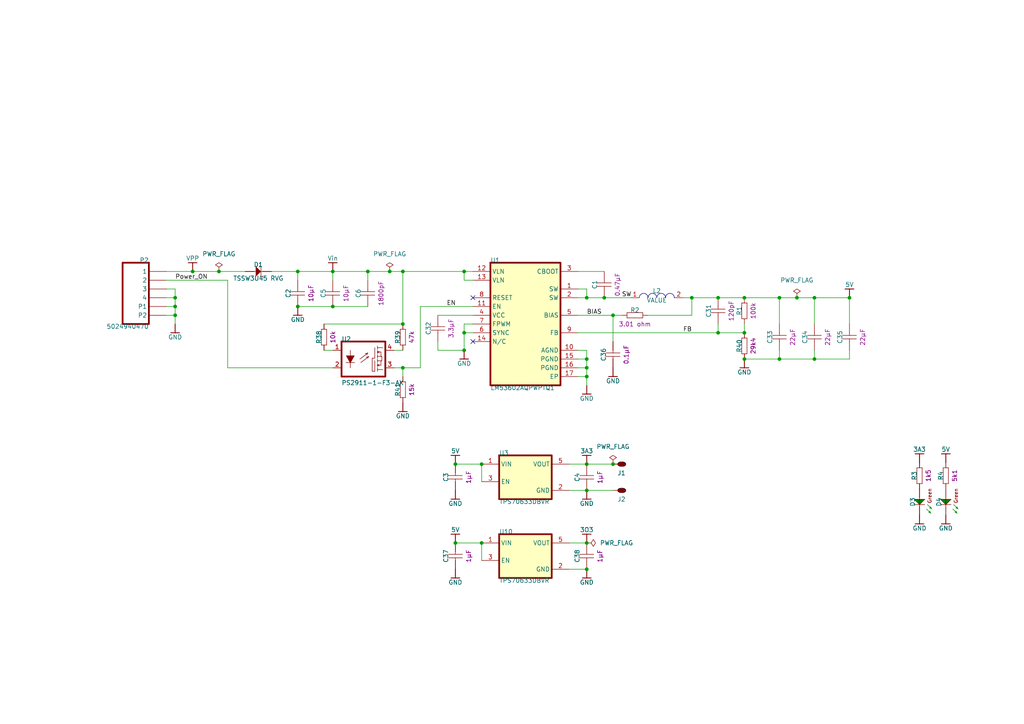
<source format=kicad_sch>
(kicad_sch (version 20250114) (generator "eeschema") (generator_version "9.0")
  (paper "A4")
  (title_block (title "${PRJ_Title} Power") (date "2025-09-08") (rev "${SCH_Rev}") (company "${ORGANIZATION}") (comment 1 "https://github.com/ipmgroup"))
  (lib_symbols
    (symbol "Library:3A3_BAR" (power)
      (property "Value" "3A3" (at 0 -3.81 0))
      (symbol "3A3_BAR_0_0"
        (pin power_in line (at 0 0 0) (length 0) (hide yes) (name "3A3") (number ""))
      )
    )
    (symbol "Library:3O3_BAR" (power)
      (property "Value" "3O3" (at 0 -3.81 0))
      (symbol "3O3_BAR_0_0"
        (pin power_in line (at 0 0 0) (length 0) (hide yes) (name "3O3") (number ""))
      )
    )
    (symbol "Library:5V_BAR" (power)
      (property "Value" "5V" (at 0 -3.81 0))
      (symbol "5V_BAR_0_0"
        (pin power_in line (at 0 0 0) (length 0) (hide yes) (name "5V") (number ""))
      )
    )
    (symbol "Library:GND_BAR" (power)
      (property "Value" "GND" (at 0 -3.81 0))
      (symbol "GND_BAR_0_0"
        (pin power_in line (at 0 0 0) (length 0) (hide yes) (name "GND") (number ""))
      )
    )
    (symbol "Library:U_Power_0_Diode Schottky TSSW3U45 RVG" (pin_numbers (hide yes)) (pin_names (hide yes))
      (symbol "U_Power_0_Diode Schottky TSSW3U45 RVG_1_0"
        (pin passive line (at 0 0 0) (length 2.54) (name "A") (number "2"))
        (pin passive line (at 7.62 0 180) (length 2.54) (name "C") (number "1"))
      )
    )
    (symbol "Library:U_Power_0_L 2.2uH WE-MAIA" (pin_names (hide yes))
      (symbol "U_Power_0_L 2.2uH WE-MAIA_1_0"
        (pin passive line (at -7.62 0 0) (length 2.54) (name "1") (number "1"))
        (pin passive line (at 7.62 0 180) (length 2.54) (name "2") (number "2"))
      )
    )
    (symbol "Library:U_Power_0_LM53602AQPWPTQ1"
      (symbol "U_Power_0_LM53602AQPWPTQ1_1_0"
        (pin passive line (at 0 -2.54 0) (length 5.08) (name "VLN") (number "12"))
        (pin passive line (at 0 -5.08 0) (length 5.08) (name "VLN") (number "13"))
        (pin passive line (at 0 -10.16 0) (length 5.08) (name "RESET") (number "8"))
        (pin passive line (at 0 -12.7 0) (length 5.08) (name "EN") (number "11"))
        (pin power_in line (at 0 -15.24 0) (length 5.08) (name "VCC") (number "4"))
        (pin passive line (at 0 -17.78 0) (length 5.08) (name "FPWM") (number "7"))
        (pin passive line (at 0 -20.32 0) (length 5.08) (name "SYNC") (number "6"))
        (pin passive line (at 0 -22.86 0) (length 5.08) (name "N/C") (number "14"))
        (pin passive line (at 30.48 -2.54 180) (length 5.08) (name "CBOOT") (number "3"))
        (pin passive line (at 30.48 -7.62 180) (length 5.08) (name "SW") (number "1"))
        (pin passive line (at 30.48 -10.16 180) (length 5.08) (name "SW") (number "2"))
        (pin passive line (at 30.48 -15.24 180) (length 5.08) (name "BIAS") (number "5"))
        (pin passive line (at 30.48 -20.32 180) (length 5.08) (name "FB") (number "9"))
        (pin power_in line (at 30.48 -25.4 180) (length 5.08) (name "AGND") (number "10"))
        (pin power_in line (at 30.48 -27.94 180) (length 5.08) (name "PGND") (number "15"))
        (pin power_in line (at 30.48 -30.48 180) (length 5.08) (name "PGND") (number "16"))
        (pin passive line (at 30.48 -33.02 180) (length 5.08) (name "EP") (number "17"))
      )
    )
    (symbol "Library:U_Power_0_Optoisolator PS2911-1-F3-AX" (pin_names (hide yes))
      (symbol "U_Power_0_Optoisolator PS2911-1-F3-AX_1_0"
        (pin passive line (at 0 -2.54 0) (length 2.54) (name "A") (number "1"))
        (pin passive line (at 0 -7.62 0) (length 2.54) (name "CAT") (number "2"))
        (pin passive line (at 17.78 -2.54 180) (length 2.54) (name "SW1") (number "4"))
        (pin passive line (at 17.78 -7.62 180) (length 2.54) (name "SW2") (number "3"))
      )
    )
    (symbol "Library:U_Power_0_Resistor" (pin_numbers (hide yes)) (pin_names (hide yes))
      (symbol "U_Power_0_Resistor_1_0"
        (pin passive line (at 0 0 0) (length 1.524) (name "1") (number "1"))
        (pin passive line (at 7.62 0 180) (length 1.524) (name "2") (number "2"))
      )
    )
    (symbol "Library:U_Power_0_TPS70633DBVR"
      (symbol "U_Power_0_TPS70633DBVR_1_0"
        (pin power_in line (at 0 -2.54 0) (length 5.08) (name "VIN") (number "1"))
        (pin input line (at 0 -7.62 0) (length 5.08) (name "EN") (number "3"))
        (pin power_in line (at 25.4 -2.54 180) (length 5.08) (name "VOUT") (number "5"))
        (pin power_in line (at 25.4 -10.16 180) (length 5.08) (name "GND") (number "2"))
      )
    )
    (symbol "Library:U_Power_0_mirrored_MOLEX 5024940470" (pin_numbers (hide yes))
      (symbol "U_Power_0_mirrored_MOLEX 5024940470_1_0"
        (pin passive line (at 0 -2.54 180) (length 5.08) (name "1") (number "1"))
        (pin passive line (at 0 -5.08 180) (length 5.08) (name "2") (number "2"))
        (pin passive line (at 0 -7.62 180) (length 5.08) (name "3") (number "3"))
        (pin passive line (at 0 -10.16 180) (length 5.08) (name "4") (number "4"))
        (pin passive line (at 0 -12.7 180) (length 5.08) (name "P1") (number "P1"))
        (pin passive line (at 0 -15.24 180) (length 5.08) (name "P2") (number "P2"))
      )
    )
    (symbol "Library:U_Power_1_Capacitor" (pin_numbers (hide yes)) (pin_names (hide yes))
      (symbol "U_Power_1_Capacitor_1_0"
        (pin passive line (at 0 7.62 270) (length 2.54) (name "2") (number "2"))
        (pin passive line (at 0 0 90) (length 2.54) (name "1") (number "1"))
      )
    )
    (symbol "Library:U_Power_1_Resistor" (pin_numbers (hide yes)) (pin_names (hide yes))
      (symbol "U_Power_1_Resistor_1_0"
        (pin passive line (at 0 7.62 270) (length 1.524) (name "2") (number "2"))
        (pin passive line (at 0 0 90) (length 1.524) (name "1") (number "1"))
      )
    )
    (symbol "Library:U_Power_2_1way" (pin_numbers (hide yes)) (pin_names (hide yes))
      (symbol "U_Power_2_1way_1_0"
        (pin passive line (at -2.54 0 0) (length 2.54) (name "1") (number "1"))
      )
    )
    (symbol "Library:U_Power_3_LED Green 0603" (pin_numbers (hide yes)) (pin_names (hide yes))
      (symbol "U_Power_3_LED Green 0603_1_0"
        (text "Green" (at 3.556 1.778 900) (effects (font (size 1.016 1.016)) (justify bottom)))
        (pin passive line (at 0 3.81 270) (length 2.54) (name "A") (number "2"))
        (pin passive line (at 0 -3.81 90) (length 2.54) (name "C") (number "1"))
      )
    )
    (symbol "Library:VPP_BAR" (power)
      (property "Value" "VPP" (at 0 -3.81 0))
      (symbol "VPP_BAR_0_0"
        (pin power_in line (at 0 0 0) (length 0) (hide yes) (name "VPP") (number ""))
      )
    )
    (symbol "Library:Vin_BAR" (power)
      (property "Value" "Vin" (at 0 -3.81 0))
      (symbol "Vin_BAR_0_0"
        (pin power_in line (at 0 0 0) (length 0) (hide yes) (name "Vin") (number ""))
      )
    )
    (symbol "U_Power_1_Capacitor_1" (pin_numbers (hide yes)) (pin_names (hide yes))
      (symbol "U_Power_1_Capacitor_1_1_0"
        (pin passive line (at 0 7.62 270) (length 2.54) (name "2") (number "2"))
        (pin passive line (at 0 0 90) (length 2.54) (name "1") (number "1"))
      )
    )
    (symbol "U_Power_1_Capacitor_10" (pin_numbers (hide yes)) (pin_names (hide yes))
      (symbol "U_Power_1_Capacitor_10_1_0"
        (pin passive line (at 0 7.62 270) (length 2.54) (name "2") (number "2"))
        (pin passive line (at 0 0 90) (length 2.54) (name "1") (number "1"))
      )
    )
    (symbol "U_Power_1_Capacitor_2" (pin_numbers (hide yes)) (pin_names (hide yes))
      (symbol "U_Power_1_Capacitor_2_1_0"
        (pin passive line (at 0 7.62 270) (length 2.54) (name "2") (number "2"))
        (pin passive line (at 0 0 90) (length 2.54) (name "1") (number "1"))
      )
    )
    (symbol "U_Power_1_Capacitor_3" (pin_numbers (hide yes)) (pin_names (hide yes))
      (symbol "U_Power_1_Capacitor_3_1_0"
        (pin passive line (at 0 7.62 270) (length 2.54) (name "2") (number "2"))
        (pin passive line (at 0 0 90) (length 2.54) (name "1") (number "1"))
      )
    )
    (symbol "U_Power_1_Capacitor_4" (pin_numbers (hide yes)) (pin_names (hide yes))
      (symbol "U_Power_1_Capacitor_4_1_0"
        (pin passive line (at 0 7.62 270) (length 2.54) (name "2") (number "2"))
        (pin passive line (at 0 0 90) (length 2.54) (name "1") (number "1"))
      )
    )
    (symbol "U_Power_1_Capacitor_5" (pin_numbers (hide yes)) (pin_names (hide yes))
      (symbol "U_Power_1_Capacitor_5_1_0"
        (pin passive line (at 0 7.62 270) (length 2.54) (name "2") (number "2"))
        (pin passive line (at 0 0 90) (length 2.54) (name "1") (number "1"))
      )
    )
    (symbol "U_Power_1_Capacitor_6" (pin_numbers (hide yes)) (pin_names (hide yes))
      (symbol "U_Power_1_Capacitor_6_1_0"
        (pin passive line (at 0 7.62 270) (length 2.54) (name "2") (number "2"))
        (pin passive line (at 0 0 90) (length 2.54) (name "1") (number "1"))
      )
    )
    (symbol "U_Power_1_Capacitor_7" (pin_numbers (hide yes)) (pin_names (hide yes))
      (symbol "U_Power_1_Capacitor_7_1_0"
        (pin passive line (at 0 7.62 270) (length 2.54) (name "2") (number "2"))
        (pin passive line (at 0 0 90) (length 2.54) (name "1") (number "1"))
      )
    )
    (symbol "U_Power_1_Capacitor_8" (pin_numbers (hide yes)) (pin_names (hide yes))
      (symbol "U_Power_1_Capacitor_8_1_0"
        (pin passive line (at 0 7.62 270) (length 2.54) (name "2") (number "2"))
        (pin passive line (at 0 0 90) (length 2.54) (name "1") (number "1"))
      )
    )
    (symbol "U_Power_1_Capacitor_9" (pin_numbers (hide yes)) (pin_names (hide yes))
      (symbol "U_Power_1_Capacitor_9_1_0"
        (pin passive line (at 0 7.62 270) (length 2.54) (name "2") (number "2"))
        (pin passive line (at 0 0 90) (length 2.54) (name "1") (number "1"))
      )
    )
    (symbol "U_Power_1_Resistor_1" (pin_numbers (hide yes)) (pin_names (hide yes))
      (symbol "U_Power_1_Resistor_1_1_0"
        (pin passive line (at 0 7.62 270) (length 1.524) (name "2") (number "2"))
        (pin passive line (at 0 0 90) (length 1.524) (name "1") (number "1"))
      )
    )
    (symbol "U_Power_1_Resistor_2" (pin_numbers (hide yes)) (pin_names (hide yes))
      (symbol "U_Power_1_Resistor_2_1_0"
        (pin passive line (at 0 7.62 270) (length 1.524) (name "2") (number "2"))
        (pin passive line (at 0 0 90) (length 1.524) (name "1") (number "1"))
      )
    )
    (symbol "U_Power_1_Resistor_3" (pin_numbers (hide yes)) (pin_names (hide yes))
      (symbol "U_Power_1_Resistor_3_1_0"
        (pin passive line (at 0 7.62 270) (length 1.524) (name "2") (number "2"))
        (pin passive line (at 0 0 90) (length 1.524) (name "1") (number "1"))
      )
    )
    (symbol "U_Power_1_Resistor_4" (pin_numbers (hide yes)) (pin_names (hide yes))
      (symbol "U_Power_1_Resistor_4_1_0"
        (pin passive line (at 0 7.62 270) (length 1.524) (name "2") (number "2"))
        (pin passive line (at 0 0 90) (length 1.524) (name "1") (number "1"))
      )
    )
    (symbol "U_Power_1_Resistor_5" (pin_numbers (hide yes)) (pin_names (hide yes))
      (symbol "U_Power_1_Resistor_5_1_0"
        (pin passive line (at 0 7.62 270) (length 1.524) (name "2") (number "2"))
        (pin passive line (at 0 0 90) (length 1.524) (name "1") (number "1"))
      )
    )
    (symbol "U_Power_1_Resistor_6" (pin_numbers (hide yes)) (pin_names (hide yes))
      (symbol "U_Power_1_Resistor_6_1_0"
        (pin passive line (at 0 7.62 270) (length 1.524) (name "2") (number "2"))
        (pin passive line (at 0 0 90) (length 1.524) (name "1") (number "1"))
      )
    )
    (symbol "power:PWR_FLAG" (power) (pin_numbers (hide yes)) (pin_names (offset 0) (hide yes))
      (property "Value" "PWR_FLAG" (at 0 3.81 0))
      (symbol "PWR_FLAG_0_0"
        (pin power_out line (at 0 0 90) (length 0) (name "~") (number "1"))
      )
    )
  )
  (junction (at 170.18 142.24))
  (junction (at 170.18 157.48))
  (junction (at 96.52 88.9))
  (junction (at 208.28 96.52))
  (junction (at 134.62 96.52))
  (junction (at 226.06 86.36))
  (junction (at 170.18 104.14))
  (junction (at 134.62 101.6))
  (junction (at 113.03 78.74))
  (junction (at 170.18 86.36))
  (junction (at 86.36 88.9))
  (junction (at 236.22 104.14))
  (junction (at 170.18 106.68))
  (junction (at 132.08 134.62))
  (junction (at 116.84 106.68))
  (junction (at 170.18 134.62))
  (junction (at 63.5 78.74))
  (junction (at 50.8 88.9))
  (junction (at 170.18 165.1))
  (junction (at 170.18 109.22))
  (junction (at 215.9 96.52))
  (junction (at 215.9 104.14))
  (junction (at 132.08 157.48))
  (junction (at 134.62 78.74))
  (junction (at 231.14 86.36))
  (junction (at 208.28 86.36))
  (junction (at 96.52 78.74))
  (junction (at 116.84 78.74))
  (junction (at 226.06 104.14))
  (junction (at 116.84 93.98))
  (junction (at 215.9 86.36))
  (junction (at 106.68 78.74))
  (junction (at 86.36 78.74))
  (junction (at 177.8 91.44))
  (junction (at 175.26 86.36))
  (junction (at 177.8 134.62))
  (junction (at 200.66 86.36))
  (junction (at 236.22 86.36))
  (junction (at 139.7 157.48))
  (junction (at 50.8 91.44))
  (junction (at 139.7 134.62))
  (junction (at 246.38 86.36))
  (junction (at 55.88 78.74))
  (junction (at 50.8 86.36))
  (no_connect (at 137.16 99.06))
  (no_connect (at 137.16 86.36))
  (wire (pts (xy 137.16 93.98) (xy 134.62 93.98)))
  (wire (pts (xy 167.64 91.44) (xy 177.8 91.44)))
  (wire (pts (xy 106.68 78.74) (xy 96.52 78.74)))
  (wire (pts (xy 177.8 134.62) (xy 170.18 134.62)))
  (wire (pts (xy 48.26 86.36) (xy 50.8 86.36)))
  (wire (pts (xy 48.26 91.44) (xy 50.8 91.44)))
  (wire (pts (xy 134.62 81.28) (xy 134.62 78.74)))
  (wire (pts (xy 93.98 93.98) (xy 116.84 93.98)))
  (wire (pts (xy 139.7 139.7) (xy 139.7 134.62)))
  (wire (pts (xy 187.96 91.44) (xy 200.66 91.44)))
  (wire (pts (xy 137.16 88.9) (xy 121.92 88.9)))
  (wire (pts (xy 114.3 101.6) (xy 116.84 101.6)))
  (wire (pts (xy 226.06 93.98) (xy 226.06 86.36)))
  (wire (pts (xy 208.28 96.52) (xy 215.9 96.52)))
  (wire (pts (xy 177.8 142.24) (xy 170.18 142.24)))
  (wire (pts (xy 208.28 93.98) (xy 208.28 96.52)))
  (wire (pts (xy 208.28 86.36) (xy 200.66 86.36)))
  (wire (pts (xy 86.36 78.74) (xy 78.74 78.74)))
  (wire (pts (xy 116.84 106.68) (xy 116.84 109.22)))
  (wire (pts (xy 116.84 93.98) (xy 116.84 78.74)))
  (wire (pts (xy 121.92 88.9) (xy 121.92 106.68)))
  (wire (pts (xy 106.68 88.9) (xy 96.52 88.9)))
  (wire (pts (xy 167.64 83.82) (xy 170.18 83.82)))
  (wire (pts (xy 246.38 93.98) (xy 246.38 86.36)))
  (wire (pts (xy 236.22 101.6) (xy 236.22 104.14)))
  (wire (pts (xy 167.64 104.14) (xy 170.18 104.14)))
  (wire (pts (xy 137.16 81.28) (xy 134.62 81.28)))
  (wire (pts (xy 48.26 81.28) (xy 66.04 81.28)))
  (wire (pts (xy 200.66 91.44) (xy 200.66 86.36)))
  (wire (pts (xy 48.26 83.82) (xy 50.8 83.82)))
  (wire (pts (xy 55.88 78.74) (xy 63.5 78.74)))
  (wire (pts (xy 48.26 78.74) (xy 55.88 78.74)))
  (wire (pts (xy 134.62 93.98) (xy 134.62 96.52)))
  (wire (pts (xy 137.16 96.52) (xy 134.62 96.52)))
  (wire (pts (xy 170.18 83.82) (xy 170.18 86.36)))
  (wire (pts (xy 96.52 78.74) (xy 86.36 78.74)))
  (wire (pts (xy 106.68 81.28) (xy 106.68 78.74)))
  (wire (pts (xy 121.92 106.68) (xy 116.84 106.68)))
  (wire (pts (xy 167.64 96.52) (xy 208.28 96.52)))
  (wire (pts (xy 134.62 101.6) (xy 127 101.6)))
  (wire (pts (xy 167.64 109.22) (xy 170.18 109.22)))
  (wire (pts (xy 236.22 93.98) (xy 236.22 86.36)))
  (wire (pts (xy 167.64 78.74) (xy 175.26 78.74)))
  (wire (pts (xy 63.5 78.74) (xy 71.12 78.74)))
  (wire (pts (xy 50.8 83.82) (xy 50.8 86.36)))
  (wire (pts (xy 48.26 88.9) (xy 50.8 88.9)))
  (wire (pts (xy 175.26 86.36) (xy 170.18 86.36)))
  (wire (pts (xy 116.84 78.74) (xy 113.03 78.74)))
  (wire (pts (xy 134.62 96.52) (xy 134.62 101.6)))
  (wire (pts (xy 236.22 104.14) (xy 246.38 104.14)))
  (wire (pts (xy 167.64 101.6) (xy 170.18 101.6)))
  (wire (pts (xy 170.18 86.36) (xy 167.64 86.36)))
  (wire (pts (xy 226.06 86.36) (xy 215.9 86.36)))
  (wire (pts (xy 165.1 165.1) (xy 170.18 165.1)))
  (wire (pts (xy 215.9 86.36) (xy 208.28 86.36)))
  (wire (pts (xy 200.66 86.36) (xy 198.12 86.36)))
  (wire (pts (xy 137.16 91.44) (xy 127 91.44)))
  (wire (pts (xy 113.03 78.74) (xy 106.68 78.74)))
  (wire (pts (xy 165.1 142.24) (xy 170.18 142.24)))
  (wire (pts (xy 215.9 104.14) (xy 226.06 104.14)))
  (wire (pts (xy 215.9 96.52) (xy 215.9 93.98)))
  (wire (pts (xy 139.7 134.62) (xy 132.08 134.62)))
  (wire (pts (xy 165.1 157.48) (xy 170.18 157.48)))
  (wire (pts (xy 66.04 81.28) (xy 66.04 106.68)))
  (wire (pts (xy 231.14 86.36) (xy 226.06 86.36)))
  (wire (pts (xy 66.04 106.68) (xy 96.52 106.68)))
  (wire (pts (xy 96.52 88.9) (xy 86.36 88.9)))
  (wire (pts (xy 50.8 91.44) (xy 50.8 93.98)))
  (wire (pts (xy 177.8 99.06) (xy 177.8 91.44)))
  (wire (pts (xy 127 101.6) (xy 127 99.06)))
  (wire (pts (xy 170.18 101.6) (xy 170.18 104.14)))
  (wire (pts (xy 50.8 86.36) (xy 50.8 88.9)))
  (wire (pts (xy 139.7 157.48) (xy 132.08 157.48)))
  (wire (pts (xy 226.06 101.6) (xy 226.06 104.14)))
  (wire (pts (xy 134.62 78.74) (xy 137.16 78.74)))
  (wire (pts (xy 182.88 86.36) (xy 175.26 86.36)))
  (wire (pts (xy 50.8 88.9) (xy 50.8 91.44)))
  (wire (pts (xy 236.22 86.36) (xy 231.14 86.36)))
  (wire (pts (xy 177.8 91.44) (xy 180.34 91.44)))
  (wire (pts (xy 86.36 81.28) (xy 86.36 78.74)))
  (wire (pts (xy 246.38 86.36) (xy 236.22 86.36)))
  (wire (pts (xy 96.52 81.28) (xy 96.52 78.74)))
  (wire (pts (xy 134.62 78.74) (xy 116.84 78.74)))
  (wire (pts (xy 139.7 162.56) (xy 139.7 157.48)))
  (wire (pts (xy 165.1 134.62) (xy 170.18 134.62)))
  (wire (pts (xy 96.52 101.6) (xy 93.98 101.6)))
  (wire (pts (xy 246.38 104.14) (xy 246.38 101.6)))
  (wire (pts (xy 170.18 106.68) (xy 170.18 109.22)))
  (wire (pts (xy 167.64 106.68) (xy 170.18 106.68)))
  (wire (pts (xy 170.18 109.22) (xy 170.18 111.76)))
  (wire (pts (xy 114.3 106.68) (xy 116.84 106.68)))
  (wire (pts (xy 170.18 104.14) (xy 170.18 106.68)))
  (wire (pts (xy 226.06 104.14) (xy 236.22 104.14)))
  (label "BIAS" (at 170.18 91.44 0))
  (label "SW" (at 180.34 86.36 0))
  (label "FB" (at 198.12 96.52 0))
  (label "Power_ON" (at 50.8 81.28 0))
  (label "EN" (at 129.54 88.9 0))
  (symbol (lib_name "U_Power_1_Capacitor_8") (lib_id "Library:U_Power_1_Capacitor_8") (at 208.28 93.98 0) (unit 1)
    (property "Reference" "C31" (at 206.248 90.17 90) (effects (justify bottom)))
    (property "Value" "${VALUEDISPLAYED}" (effects (hide yes)))
    (property "Footprint" "CAPC1608X87N" (effects (hide yes)))
    (property "Description" "CAP, CERM, 0603, 120 pF, 50 V, ± 5%, C0G" (effects (hide yes)))
    (property "VALUEDISPLAYED" "120pF" (at 212.852 90.17 90) (effects (justify bottom)))
    (property "PART NUMBER" "C0603_120pF 50V" (effects (hide yes)))
    (property "CASE" "0603" (effects (hide yes)))
    (property "DESIGNATOR" "C0603_120pF 50V" (effects (hide yes)))
    (property "MANUFACTURER" "KEMET" (effects (hide yes)))
    (property "MANUFACTURER PART NUMBER" "C0603C121J5GACTU" (effects (hide yes)))
    (property "COMPONENT HEIGHT" "0.87mm" (effects (hide yes)))
    (property "PART DESCRIPTION" "CAP, CERM, 0603, 120 pF, 50 V, ± 5%, C0G" (effects (hide yes)))
    (property "PIN COUNT" "2" (effects (hide yes)))
    (property "SMD" "Yes" (effects (hide yes)))
    (property "DIELECTRIC" "C0G" (effects (hide yes)))
    (property "TOLERANCE" "±10%" (effects (hide yes)))
    (property "CAP_F" "0,00000000012" (effects (hide yes)))
    (property "VALUE" "120pF" (effects (hide yes)))
    (property "VOLTAGE" "50V" (effects (hide yes)))
    (property "SUPPLIER 1" "Farnell" (effects (hide yes)))
    (property "SUPPLIER 2" "RSComponents" (effects (hide yes)))
    (property "SUPPLIER 3" "Digi-Key" (effects (hide yes)))
    (property "SUPPLIER PART NUMBER 3" "399-1062-1-ND" (effects (hide yes)))
  )
  (symbol (lib_id "Library:U_Power_1_Capacitor") (at 132.08 165.1 0) (unit 1)
    (property "Reference" "C37" (at 130.048 161.29 90) (effects (justify bottom)))
    (property "Value" "${VALUEDISPLAYED}" (effects (hide yes)))
    (property "Footprint" "CAPC1608X87N" (effects (hide yes)))
    (property "Description" "CAP, CERM, 0603, 1 µF, 35 V, ± 10%, X7R" (effects (hide yes)))
    (property "VALUEDISPLAYED" "1µF" (at 136.652 161.29 90) (effects (justify bottom)))
    (property "PART NUMBER" "C0603_1uF 35V" (effects (hide yes)))
    (property "CASE" "0603" (effects (hide yes)))
    (property "DESIGNATOR" "C0603_1uF 35V" (effects (hide yes)))
    (property "MANUFACTURER" "TDK" (effects (hide yes)))
    (property "MANUFACTURER PART NUMBER" "C1608X7R1V105K080AC" (effects (hide yes)))
    (property "COMPONENT HEIGHT" "0.95mm" (effects (hide yes)))
    (property "PART DESCRIPTION" "CAP, CERM, 0603, 1 µF, 35 V, ± 10%, X7R" (effects (hide yes)))
    (property "PIN COUNT" "2" (effects (hide yes)))
    (property "SMD" "Yes" (effects (hide yes)))
    (property "DIELECTRIC" "X7R" (effects (hide yes)))
    (property "TOLERANCE" "±10%" (effects (hide yes)))
    (property "CAP_F" "0,000001" (effects (hide yes)))
    (property "VALUE" "1uF" (effects (hide yes)))
    (property "VOLTAGE" "35V" (effects (hide yes)))
    (property "SUPPLIER 1" "Farnell" (effects (hide yes)))
    (property "SUPPLIER 2" "RSComponents" (effects (hide yes)))
    (property "SUPPLIER 3" "Digi-Key" (effects (hide yes)))
    (property "SUPPLIER PART NUMBER 1" "2346909" (effects (hide yes)))
  )
  (symbol (lib_name "U_Power_1_Capacitor_6") (lib_id "Library:U_Power_1_Capacitor_6") (at 226.06 101.6 0) (unit 1)
    (property "Reference" "C33" (at 224.028 97.79 90) (effects (justify bottom)))
    (property "Value" "${VALUEDISPLAYED}" (effects (hide yes)))
    (property "Footprint" "CAPC3225X250N" (effects (hide yes)))
    (property "Description" "CAP, CERM, 1210, 22 µF, 16 V, ± 20%, X5R" (effects (hide yes)))
    (property "VALUEDISPLAYED" "22µF" (at 230.632 97.79 90) (effects (justify bottom)))
    (property "PART NUMBER" "C1210_22u 16V" (effects (hide yes)))
    (property "CASE" "1210" (effects (hide yes)))
    (property "DESIGNATOR" "C1210_22u 16V" (effects (hide yes)))
    (property "MANUFACTURER" "MURATA" (effects (hide yes)))
    (property "MANUFACTURER PART NUMBER" "GRM32ER61C226ME20L" (effects (hide yes)))
    (property "COMPONENT HEIGHT" "2.5mm" (effects (hide yes)))
    (property "PART DESCRIPTION" "CAP, CERM, 1210, 22 µF, 16 V, ± 20%, X5R" (effects (hide yes)))
    (property "PIN COUNT" "2" (effects (hide yes)))
    (property "SMD" "Yes" (effects (hide yes)))
    (property "DIELECTRIC" "X5R" (effects (hide yes)))
    (property "TOLERANCE" "±20%" (effects (hide yes)))
    (property "CAP_F" "0,000022" (effects (hide yes)))
    (property "VALUE" "22uF" (effects (hide yes)))
    (property "VOLTAGE" "16V" (effects (hide yes)))
    (property "SUPPLIER 1" "Farnell" (effects (hide yes)))
    (property "SUPPLIER 2" "RSComponents" (effects (hide yes)))
    (property "SUPPLIER 3" "Digi-Key" (effects (hide yes)))
    (property "SUPPLIER PART NUMBER 3" "490-1881-1-ND" (effects (hide yes)))
  )
  (symbol (lib_id "Library:GND_BAR") (at 132.08 142.24 0) (unit 1)
    (property "Reference" "#PWR0123" (effects (hide yes)))
    (property "Value" "GND" (at 132.08 146.05 0))
  )
  (symbol (lib_id "Library:U_Power_3_LED Green 0603") (at 266.7 145.5928 0) (unit 1)
    (property "Reference" "D3" (at 265.43 145.5928 90) (effects (justify bottom)))
    (property "Value" "${COLOR}" (effects (hide yes)))
    (property "Footprint" "LEDC1608X80N G" (effects (hide yes)))
    (property "Description" "LED Green 0603" (effects (hide yes)))
    (property "COMPONENT KIND" "Standard" (effects (hide yes)))
    (property "COLOR" "Green" (effects (hide yes)))
    (property "FOOTPRINT" "LEDC1608X80N_RED" (effects (hide yes)))
    (property "PACKAGEDESCRIPTION" "Chip Green LED, 2-Leads, Body 1.6x0.8mm, IPC Medium Density" (effects (hide yes)))
    (property "PART DESCRIPTION" "Low current chip LED SML-311 Serie" (effects (hide yes)))
    (property "MANUFACTURER" "Wurth Elektronik" (effects (hide yes)))
    (property "MANUFACTURER PART NUMBER" "150060GS75000" (effects (hide yes)))
    (property "PIN COUNT" "2" (effects (hide yes)))
    (property "MOUNTED" "Yes" (effects (hide yes)))
    (property "SMD" "Yes" (effects (hide yes)))
    (property "AUTHOR" "CERN DEM JLC" (effects (hide yes)))
    (property "MANUFACTURER1 COMPONENTHEIGHT" "0.8mm" (effects (hide yes)))
    (property "PRICE" "0,194 €" (effects (hide yes)))
    (property "PART NUMBER" "150060GS75000" (effects (hide yes)))
    (property "SUPPLIER 1" "Farnell" (effects (hide yes)))
    (property "SUPPLIER 2" "RSComponents" (effects (hide yes)))
    (property "SUPPLIER 3" "Digi-Key" (effects (hide yes)))
    (property "SUPPLIER PART NUMBER 1" "2322070" (effects (hide yes)))
    (property "SUPPLIER PART NUMBER 2" "815-4209" (effects (hide yes)))
    (property "SUPPLIER PART NUMBER 3" "732-4971-1-ND" (effects (hide yes)))
  )
  (symbol (lib_name "U_Power_1_Resistor_4") (lib_id "Library:U_Power_1_Resistor_4") (at 116.84 116.84 0) (unit 1)
    (property "Reference" "R41" (at 116.078 113.03 90) (effects (justify bottom)))
    (property "Value" "${VALUEDISPLAYED}" (effects (hide yes)))
    (property "Footprint" "RESC1608X55N" (effects (hide yes)))
    (property "Description" "RES, 15 kohm,  75 V, 0603, 100 mW" (effects (hide yes)))
    (property "VALUEDISPLAYED" "15k" (at 120.142 113.03 90) (effects (justify bottom)))
    (property "PART NUMBER" "R0603_15k" (effects (hide yes)))
    (property "CASE" "0603" (effects (hide yes)))
    (property "DESIGNATOR" "R0603_15k" (effects (hide yes)))
    (property "MANUFACTURER" "YAGEO" (effects (hide yes)))
    (property "MANUFACTURER PART NUMBER" "RC0603FR-0715K0L" (effects (hide yes)))
    (property "COMPONENT HEIGHT" "0.35mm" (effects (hide yes)))
    (property "PART DESCRIPTION" "RES, 15 kohm, 75 V, 0603, 100 mW" (effects (hide yes)))
    (property "PIN COUNT" "2" (effects (hide yes)))
    (property "POWER" "0.1W" (effects (hide yes)))
    (property "SMD" "Yes" (effects (hide yes)))
    (property "VALUE" "15000" (effects (hide yes)))
    (property "TC" "±100ppm/°C" (effects (hide yes)))
    (property "SUPPLIER 1" "Farnell" (effects (hide yes)))
    (property "SUPPLIER 2" "RSComponents" (effects (hide yes)))
    (property "SUPPLIER 3" "Digi-Key" (effects (hide yes)))
    (property "SUPPLIER PART NUMBER 1" "9238620" (effects (hide yes)))
    (property "TOLERANCE" "±1%" (effects (hide yes)))
  )
  (symbol (lib_id "Library:GND_BAR") (at 170.18 111.76 0) (unit 1)
    (property "Reference" "#PWR0130" (effects (hide yes)))
    (property "Value" "GND" (at 170.18 115.57 0))
  )
  (symbol (lib_id "Library:GND_BAR") (at 86.36 88.9 0) (unit 1)
    (property "Reference" "#PWR0134" (effects (hide yes)))
    (property "Value" "GND" (at 86.36 92.71 0))
  )
  (symbol (lib_id "Library:U_Power_0_TPS70633DBVR") (at 139.7 132.08 0) (unit 1)
    (property "Reference" "U3" (at 144.78 132.08 0) (effects (justify left bottom)))
    (property "Value" "${MANUFACTURER PART NUMBER}" (at 144.78 144.78 0) (effects (justify left top)))
    (property "Footprint" "DBV0005A_N" (effects (hide yes)))
    (property "Description" "IC REG LINEAR 3.3V 150MA SOT23-5" (effects (hide yes)))
    (property "MANUFACTURER" "Texas Instruments" (effects (hide yes)))
    (property "CASE" "SOT" (effects (hide yes)))
    (property "MANUFACTURER PART NUMBER" "TPS70633DBVR" (effects (hide yes)))
    (property "PACKAGEDESCRIPTION" "SOT23-5" (effects (hide yes)))
    (property "PART DESCRIPTION" "IC REG LINEAR 3.3V 150MA SOT23-5" (effects (hide yes)))
    (property "PART NUMBER" "TPS70633DBVR" (effects (hide yes)))
    (property "PIN COUNT" "5" (effects (hide yes)))
    (property "SMD" "Yes" (effects (hide yes)))
    (property "SUPPLIER 1" "Farnell" (effects (hide yes)))
    (property "SUPPLIER 2" "RSComponents" (effects (hide yes)))
    (property "SUPPLIER 3" "Digi-Key" (effects (hide yes)))
    (property "SUPPLIER PART NUMBER 3" "296-47244-1-ND" (effects (hide yes)))
  )
  (symbol (lib_id "Library:U_Power_0_LM53602AQPWPTQ1") (at 137.16 76.2 0) (unit 1)
    (property "Reference" "U1" (at 142.24 76.2 0) (effects (justify left bottom)))
    (property "Value" "${MANUFACTURER PART NUMBER}" (at 142.24 111.76 0) (effects (justify left top)))
    (property "Footprint" "SOP65P640X120-17N" (effects (hide yes)))
    (property "Description" "IC REG BUCK ADJ 2A 16HTSSOP" (effects (hide yes)))
    (property "CASE" "TSOP-16" (effects (hide yes)))
    (property "MANUFACTURER PART NUMBER" "LM53602AQPWPTQ1" (effects (hide yes)))
    (property "PACKAGEDESCRIPTION" "TSOP-16" (effects (hide yes)))
    (property "PART DESCRIPTION" "IC REG BUCK ADJ 2A 16HTSSOP" (effects (hide yes)))
    (property "PART NUMBER" "LM53602AQPWPTQ1" (effects (hide yes)))
    (property "PIN COUNT" "16" (effects (hide yes)))
    (property "PITCH" "0.66mm" (effects (hide yes)))
    (property "SMD" "Yes" (effects (hide yes)))
    (property "SUPPLIER 1" "Farnell" (effects (hide yes)))
    (property "SUPPLIER 2" "RSComponents" (effects (hide yes)))
    (property "SUPPLIER 3" "Digi-Key" (effects (hide yes)))
    (property "SUPPLIER PART NUMBER 3" "296-42427-1-ND" (effects (hide yes)))
  )
  (symbol (lib_id "Library:5V_BAR") (at 246.38 86.36 180) (unit 1)
    (property "Reference" "#PWR0135" (effects (hide yes)))
    (property "Value" "5V" (at 246.38 82.55 0))
  )
  (symbol (lib_id "Library:U_Power_1_Capacitor") (at 170.18 142.24 0) (unit 1)
    (property "Reference" "C4" (at 168.148 138.43 90) (effects (justify bottom)))
    (property "Value" "${VALUEDISPLAYED}" (effects (hide yes)))
    (property "Footprint" "CAPC1608X87N" (effects (hide yes)))
    (property "Description" "CAP, CERM, 0603, 1 µF, 35 V, ± 10%, X7R" (effects (hide yes)))
    (property "VALUEDISPLAYED" "1µF" (at 174.752 138.43 90) (effects (justify bottom)))
    (property "PART NUMBER" "C0603_1uF 35V" (effects (hide yes)))
    (property "CASE" "0603" (effects (hide yes)))
    (property "DESIGNATOR" "C0603_1uF 35V" (effects (hide yes)))
    (property "MANUFACTURER" "TDK" (effects (hide yes)))
    (property "MANUFACTURER PART NUMBER" "C1608X7R1V105K080AC" (effects (hide yes)))
    (property "COMPONENT HEIGHT" "0.95mm" (effects (hide yes)))
    (property "PART DESCRIPTION" "CAP, CERM, 0603, 1 µF, 35 V, ± 10%, X7R" (effects (hide yes)))
    (property "PIN COUNT" "2" (effects (hide yes)))
    (property "SMD" "Yes" (effects (hide yes)))
    (property "DIELECTRIC" "X7R" (effects (hide yes)))
    (property "TOLERANCE" "±10%" (effects (hide yes)))
    (property "CAP_F" "0,000001" (effects (hide yes)))
    (property "VALUE" "1uF" (effects (hide yes)))
    (property "VOLTAGE" "35V" (effects (hide yes)))
    (property "SUPPLIER 1" "Farnell" (effects (hide yes)))
    (property "SUPPLIER 2" "RSComponents" (effects (hide yes)))
    (property "SUPPLIER 3" "Digi-Key" (effects (hide yes)))
    (property "SUPPLIER PART NUMBER 1" "2346909" (effects (hide yes)))
  )
  (symbol (lib_id "Library:GND_BAR") (at 134.62 101.6 0) (unit 1)
    (property "Reference" "#PWR0129" (effects (hide yes)))
    (property "Value" "GND" (at 134.62 105.41 0))
  )
  (symbol (lib_name "U_Power_1_Resistor_2") (lib_id "Library:U_Power_1_Resistor_2") (at 93.98 101.6 0) (unit 1)
    (property "Reference" "R38" (at 93.218 97.79 90) (effects (justify bottom)))
    (property "Value" "${VALUEDISPLAYED}" (effects (hide yes)))
    (property "Footprint" "RESC1608X55N" (effects (hide yes)))
    (property "Description" "RES, 10 kohm,  75 V, 0603, 100 mW" (effects (hide yes)))
    (property "VALUEDISPLAYED" "10k" (at 97.282 97.79 90) (effects (justify bottom)))
    (property "PART NUMBER" "R0603_10k" (effects (hide yes)))
    (property "CASE" "0603" (effects (hide yes)))
    (property "DESIGNATOR" "R0603_10k" (effects (hide yes)))
    (property "MANUFACTURER" "VISHAY" (effects (hide yes)))
    (property "MANUFACTURER PART NUMBER" "CRCW060310K0FKEA" (effects (hide yes)))
    (property "MANUFACTURER1" "TE Connectivity" (effects (hide yes)))
    (property "MANUFACTURER1 PART NUMBER" "CRG0603F10K" (effects (hide yes)))
    (property "COMPONENT HEIGHT" "0.35mm" (effects (hide yes)))
    (property "PART DESCRIPTION" "RES, 10 kohm, 75 V, 0603, 100 mW" (effects (hide yes)))
    (property "PIN COUNT" "2" (effects (hide yes)))
    (property "POWER" "0.1W" (effects (hide yes)))
    (property "SMD" "Yes" (effects (hide yes)))
    (property "VALUE" "10000" (effects (hide yes)))
    (property "TC" "±100ppm/°C" (effects (hide yes)))
    (property "SUPPLIER 1" "Farnell" (effects (hide yes)))
    (property "SUPPLIER 2" "RSComponents" (effects (hide yes)))
    (property "SUPPLIER 3" "Digi-Key" (effects (hide yes)))
    (property "SUPPLIER PART NUMBER 1" "1469748" (effects (hide yes)))
    (property "SUPPLIER PART NUMBER 2" "125-1173" (effects (hide yes)))
    (property "SUPPLIER PART NUMBER 3" "A102203CT-ND" (effects (hide yes)))
    (property "TOLERANCE" "±1%" (effects (hide yes)))
  )
  (symbol (lib_id "Library:3A3_BAR") (at 170.18 134.62 180) (unit 1)
    (property "Reference" "#PWR0144" (effects (hide yes)))
    (property "Value" "3A3" (at 170.18 130.81 0))
  )
  (symbol (lib_id "Library:GND_BAR") (at 177.8 106.68 0) (unit 1)
    (property "Reference" "#PWR0131" (effects (hide yes)))
    (property "Value" "GND" (at 177.8 110.49 0))
  )
  (symbol (lib_id "Library:5V_BAR") (at 132.08 134.62 180) (unit 1)
    (property "Reference" "#PWR0125" (effects (hide yes)))
    (property "Value" "5V" (at 132.08 130.81 0))
  )
  (symbol (lib_id "Library:U_Power_1_Capacitor") (at 170.18 165.1 0) (unit 1)
    (property "Reference" "C38" (at 168.148 161.29 90) (effects (justify bottom)))
    (property "Value" "${VALUEDISPLAYED}" (effects (hide yes)))
    (property "Footprint" "CAPC1608X87N" (effects (hide yes)))
    (property "Description" "CAP, CERM, 0603, 1 µF, 35 V, ± 10%, X7R" (effects (hide yes)))
    (property "VALUEDISPLAYED" "1µF" (at 174.752 161.29 90) (effects (justify bottom)))
    (property "PART NUMBER" "C0603_1uF 35V" (effects (hide yes)))
    (property "CASE" "0603" (effects (hide yes)))
    (property "DESIGNATOR" "C0603_1uF 35V" (effects (hide yes)))
    (property "MANUFACTURER" "TDK" (effects (hide yes)))
    (property "MANUFACTURER PART NUMBER" "C1608X7R1V105K080AC" (effects (hide yes)))
    (property "COMPONENT HEIGHT" "0.95mm" (effects (hide yes)))
    (property "PART DESCRIPTION" "CAP, CERM, 0603, 1 µF, 35 V, ± 10%, X7R" (effects (hide yes)))
    (property "PIN COUNT" "2" (effects (hide yes)))
    (property "SMD" "Yes" (effects (hide yes)))
    (property "DIELECTRIC" "X7R" (effects (hide yes)))
    (property "TOLERANCE" "±10%" (effects (hide yes)))
    (property "CAP_F" "0,000001" (effects (hide yes)))
    (property "VALUE" "1uF" (effects (hide yes)))
    (property "VOLTAGE" "35V" (effects (hide yes)))
    (property "SUPPLIER 1" "Farnell" (effects (hide yes)))
    (property "SUPPLIER 2" "RSComponents" (effects (hide yes)))
    (property "SUPPLIER 3" "Digi-Key" (effects (hide yes)))
    (property "SUPPLIER PART NUMBER 1" "2346909" (effects (hide yes)))
  )
  (symbol (lib_name "U_Power_1_Capacitor_5") (lib_id "Library:U_Power_1_Capacitor_5") (at 106.68 88.9 0) (unit 1)
    (property "Reference" "C6" (at 104.648 85.09 90) (effects (justify bottom)))
    (property "Value" "${VALUEDISPLAYED}" (effects (hide yes)))
    (property "Footprint" "CAPC1608X87N" (effects (hide yes)))
    (property "Description" "CAP, CERM, 0603, 1800 pF, 50 V, ± 5%, C0G / NP0" (effects (hide yes)))
    (property "VALUEDISPLAYED" "1800pF" (at 111.252 85.09 90) (effects (justify bottom)))
    (property "PART NUMBER" "C0603_1800pF 50V" (effects (hide yes)))
    (property "CASE" "0603" (effects (hide yes)))
    (property "DESIGNATOR" "C0603_1800pF 50V" (effects (hide yes)))
    (property "MANUFACTURER" "MURATA" (effects (hide yes)))
    (property "MANUFACTURER PART NUMBER" "GRM1885C1H182JA01D" (effects (hide yes)))
    (property "COMPONENT HEIGHT" "0.87mm" (effects (hide yes)))
    (property "PART DESCRIPTION" "CAP, CERM, 0603, 1800 pF, 50 V, ± 5%, C0G / NP0" (effects (hide yes)))
    (property "PIN COUNT" "2" (effects (hide yes)))
    (property "SMD" "Yes" (effects (hide yes)))
    (property "DIELECTRIC" "NP0" (effects (hide yes)))
    (property "TOLERANCE" "±5%" (effects (hide yes)))
    (property "CAP_F" "0,0000000018" (effects (hide yes)))
    (property "VALUE" "1800pF" (effects (hide yes)))
    (property "VOLTAGE" "50V" (effects (hide yes)))
    (property "SUPPLIER 1" "Farnell" (effects (hide yes)))
    (property "SUPPLIER 2" "RSComponents" (effects (hide yes)))
    (property "SUPPLIER 3" "Digi-Key" (effects (hide yes)))
    (property "SUPPLIER PART NUMBER 1" "2494216" (effects (hide yes)))
    (property "SUPPLIER PART NUMBER 2" "723-5837" (effects (hide yes)))
    (property "SUPPLIER PART NUMBER 3" "490-1457-1-ND" (effects (hide yes)))
  )
  (symbol (lib_id "Library:GND_BAR") (at 170.18 165.1 0) (unit 1)
    (property "Reference" "#PWR0142" (effects (hide yes)))
    (property "Value" "GND" (at 170.18 168.91 0))
  )
  (symbol (lib_id "Library:U_Power_2_1way") (at 180.34 142.24 0) (unit 1)
    (property "Reference" "J2" (at 179.07 145.542 0) (effects (justify left bottom)))
    (property "Value" "2 way net tie junction" (effects (hide yes)))
    (property "Footprint" "J_pin_2x2" (effects (hide yes)))
    (property "Description" "1 way net tie junction" (effects (hide yes)))
    (property "SUPPLIER 1" "Farnell" (effects (hide yes)))
    (property "SUPPLIER 2" "RSComponents" (effects (hide yes)))
    (property "SUPPLIER 3" "Digi-Key" (effects (hide yes)))
  )
  (symbol (lib_name "U_Power_1_Capacitor_7") (lib_id "Library:U_Power_1_Capacitor_7") (at 236.22 101.6 0) (unit 1)
    (property "Reference" "C34" (at 234.188 97.79 90) (effects (justify bottom)))
    (property "Value" "${VALUEDISPLAYED}" (effects (hide yes)))
    (property "Footprint" "CAPC3225X250N" (effects (hide yes)))
    (property "Description" "CAP, CERM, 1210, 22 µF, 16 V, ± 20%, X5R" (effects (hide yes)))
    (property "VALUEDISPLAYED" "22µF" (at 240.792 97.79 90) (effects (justify bottom)))
    (property "PART NUMBER" "C1210_22u 16V" (effects (hide yes)))
    (property "CASE" "1210" (effects (hide yes)))
    (property "DESIGNATOR" "C1210_22u 16V" (effects (hide yes)))
    (property "MANUFACTURER" "MURATA" (effects (hide yes)))
    (property "MANUFACTURER PART NUMBER" "GRM32ER61C226ME20L" (effects (hide yes)))
    (property "COMPONENT HEIGHT" "2.5mm" (effects (hide yes)))
    (property "PART DESCRIPTION" "CAP, CERM, 1210, 22 µF, 16 V, ± 20%, X5R" (effects (hide yes)))
    (property "PIN COUNT" "2" (effects (hide yes)))
    (property "SMD" "Yes" (effects (hide yes)))
    (property "DIELECTRIC" "X5R" (effects (hide yes)))
    (property "TOLERANCE" "±20%" (effects (hide yes)))
    (property "CAP_F" "0,000022" (effects (hide yes)))
    (property "VALUE" "22uF" (effects (hide yes)))
    (property "VOLTAGE" "16V" (effects (hide yes)))
    (property "SUPPLIER 1" "Farnell" (effects (hide yes)))
    (property "SUPPLIER 2" "RSComponents" (effects (hide yes)))
    (property "SUPPLIER 3" "Digi-Key" (effects (hide yes)))
    (property "SUPPLIER PART NUMBER 3" "490-1881-1-ND" (effects (hide yes)))
  )
  (symbol (lib_id "Library:U_Power_2_1way") (at 180.34 134.62 0) (unit 1)
    (property "Reference" "J1" (at 179.07 137.922 0) (effects (justify left bottom)))
    (property "Value" "2 way net tie junction" (effects (hide yes)))
    (property "Footprint" "J_pin_2x2" (effects (hide yes)))
    (property "Description" "1 way net tie junction" (effects (hide yes)))
    (property "SUPPLIER 1" "Farnell" (effects (hide yes)))
    (property "SUPPLIER 2" "RSComponents" (effects (hide yes)))
    (property "SUPPLIER 3" "Digi-Key" (effects (hide yes)))
  )
  (symbol (lib_id "Library:GND_BAR") (at 266.7 149.4028 0) (unit 1)
    (property "Reference" "#PWR0140" (effects (hide yes)))
    (property "Value" "GND" (at 266.7 153.2128 0))
  )
  (symbol (lib_id "Library:GND_BAR") (at 50.8 93.98 0) (unit 1)
    (property "Reference" "#PWR0133" (effects (hide yes)))
    (property "Value" "GND" (at 50.8 97.79 0))
  )
  (symbol (lib_id "Library:GND_BAR") (at 274.32 149.4028 0) (unit 1)
    (property "Reference" "#PWR0139" (effects (hide yes)))
    (property "Value" "GND" (at 274.32 153.2128 0))
  )
  (symbol (lib_name "U_Power_1_Capacitor_3") (lib_id "Library:U_Power_1_Capacitor_3") (at 177.8 106.68 0) (unit 1)
    (property "Reference" "C36" (at 175.768 102.87 90) (effects (justify bottom)))
    (property "Value" "${VALUEDISPLAYED}" (effects (hide yes)))
    (property "Footprint" "CAPC1608X87N" (effects (hide yes)))
    (property "Description" "CAP, CERM, 0603, 0.1 µF, 50 V, ± 10%, X7R" (effects (hide yes)))
    (property "VALUEDISPLAYED" "0.1µF" (at 182.372 102.87 90) (effects (justify bottom)))
    (property "PART NUMBER" "C0603_100nF 50V" (effects (hide yes)))
    (property "CASE" "0603" (effects (hide yes)))
    (property "DESIGNATOR" "C0603_100nF 50V" (effects (hide yes)))
    (property "MANUFACTURER" "Walsin" (effects (hide yes)))
    (property "MANUFACTURER PART NUMBER" "0603B104M500CT" (effects (hide yes)))
    (property "COMPONENT HEIGHT" "0.87mm" (effects (hide yes)))
    (property "PART DESCRIPTION" "CAP, CERM, 0603, 0.1 µF, 50 V, ± 10%, X7R" (effects (hide yes)))
    (property "PIN COUNT" "2" (effects (hide yes)))
    (property "SMD" "Yes" (effects (hide yes)))
    (property "DIELECTRIC" "X7R" (effects (hide yes)))
    (property "TOLERANCE" "±10%" (effects (hide yes)))
    (property "CAP_F" "0,0000001" (effects (hide yes)))
    (property "VALUE" "0.1uF" (effects (hide yes)))
    (property "VOLTAGE" "50V" (effects (hide yes)))
    (property "SUPPLIER 1" "Farnell" (effects (hide yes)))
    (property "SUPPLIER 2" "RSComponents" (effects (hide yes)))
    (property "SUPPLIER 3" "Digi-Key" (effects (hide yes)))
    (property "SUPPLIER PART NUMBER 1" "2803336" (effects (hide yes)))
    (property "SUPPLIER PART NUMBER 2" "1292-1397-1-ND" (effects (hide yes)))
    (property "SUPPLIER PART NUMBER 3" "136-4098" (effects (hide yes)))
  )
  (symbol (lib_name "U_Power_1_Capacitor_2") (lib_id "Library:U_Power_1_Capacitor_2") (at 127 99.06 0) (unit 1)
    (property "Reference" "C32" (at 124.968 95.25 90) (effects (justify bottom)))
    (property "Value" "${VALUEDISPLAYED}" (effects (hide yes)))
    (property "Footprint" "CAPC2012X135N" (effects (hide yes)))
    (property "Description" "CAP, CERM, 0805 , 3.3 µF,  10 V, ± 10%, X5R" (effects (hide yes)))
    (property "VALUEDISPLAYED" "3.3µF" (at 131.572 95.25 90) (effects (justify bottom)))
    (property "PART NUMBER" "C0805_3u3 10V" (effects (hide yes)))
    (property "CASE" "0805" (effects (hide yes)))
    (property "DESIGNATOR" "C0805_3u3 10V" (effects (hide yes)))
    (property "MANUFACTURER" "KEMET" (effects (hide yes)))
    (property "MANUFACTURER PART NUMBER" "C0805C335K8PACTU" (effects (hide yes)))
    (property "COMPONENT HEIGHT" "0.87mm" (effects (hide yes)))
    (property "PART DESCRIPTION" "CAP, CERM, 0805 , 3.3 µF, 10 V, ± 10%, X5R" (effects (hide yes)))
    (property "PIN COUNT" "2" (effects (hide yes)))
    (property "SMD" "Yes" (effects (hide yes)))
    (property "DIELECTRIC" "X5R" (effects (hide yes)))
    (property "TOLERANCE" "±10%" (effects (hide yes)))
    (property "CAP_F" "0,0000033" (effects (hide yes)))
    (property "VALUE" "3.3uF" (effects (hide yes)))
    (property "VOLTAGE" "10V" (effects (hide yes)))
    (property "SUPPLIER 1" "Farnell" (effects (hide yes)))
    (property "SUPPLIER 2" "RSComponents" (effects (hide yes)))
    (property "SUPPLIER 3" "Digi-Key" (effects (hide yes)))
    (property "SUPPLIER PART NUMBER 3" "399-3129-1-ND" (effects (hide yes)))
  )
  (symbol (lib_name "U_Power_1_Resistor_6") (lib_id "Library:U_Power_1_Resistor_6") (at 215.9 93.98 0) (unit 1)
    (property "Reference" "R1" (at 215.138 90.17 90) (effects (justify bottom)))
    (property "Value" "${VALUEDISPLAYED}" (effects (hide yes)))
    (property "Footprint" "RESC1608X55N" (effects (hide yes)))
    (property "Description" "RES, 100 kohm,  75 V, 0603, 100 mW" (effects (hide yes)))
    (property "VALUEDISPLAYED" "100k" (at 219.202 90.17 90) (effects (justify bottom)))
    (property "PART NUMBER" "R0603_100k" (effects (hide yes)))
    (property "CASE" "0603" (effects (hide yes)))
    (property "DESIGNATOR" "R0603_100k" (effects (hide yes)))
    (property "MANUFACTURER" "VISHAY" (effects (hide yes)))
    (property "MANUFACTURER PART NUMBER" "CRCW0603100KFKEA" (effects (hide yes)))
    (property "COMPONENT HEIGHT" "0.35mm" (effects (hide yes)))
    (property "PART DESCRIPTION" "RES, 100 kohm, 75 V, 0603, 100 mW" (effects (hide yes)))
    (property "PIN COUNT" "2" (effects (hide yes)))
    (property "POWER" "0.1W" (effects (hide yes)))
    (property "SMD" "Yes" (effects (hide yes)))
    (property "VALUE" "100000" (effects (hide yes)))
    (property "TC" "±25ppm/°C" (effects (hide yes)))
    (property "SUPPLIER 1" "Farnell" (effects (hide yes)))
    (property "SUPPLIER 2" "RSComponents" (effects (hide yes)))
    (property "SUPPLIER 3" "Digi-Key" (effects (hide yes)))
    (property "SUPPLIER PART NUMBER 1" "1469649" (effects (hide yes)))
    (property "SUPPLIER PART NUMBER 2" "678-9673" (effects (hide yes)))
    (property "SUPPLIER PART NUMBER 3" "541-3950-1-ND" (effects (hide yes)))
    (property "TOLERANCE" "±1%" (effects (hide yes)))
  )
  (symbol (lib_name "U_Power_1_Capacitor_9") (lib_id "Library:U_Power_1_Capacitor_9") (at 246.38 101.6 0) (unit 1)
    (property "Reference" "C35" (at 244.348 97.79 90) (effects (justify bottom)))
    (property "Value" "${VALUEDISPLAYED}" (effects (hide yes)))
    (property "Footprint" "CAPC3225X250N" (effects (hide yes)))
    (property "Description" "CAP, CERM, 1210, 22 µF, 16 V, ± 20%, X5R" (effects (hide yes)))
    (property "VALUEDISPLAYED" "22µF" (at 250.952 97.79 90) (effects (justify bottom)))
    (property "PART NUMBER" "C1210_22u 16V" (effects (hide yes)))
    (property "CASE" "1210" (effects (hide yes)))
    (property "DESIGNATOR" "C1210_22u 16V" (effects (hide yes)))
    (property "MANUFACTURER" "MURATA" (effects (hide yes)))
    (property "MANUFACTURER PART NUMBER" "GRM32ER61C226ME20L" (effects (hide yes)))
    (property "COMPONENT HEIGHT" "2.5mm" (effects (hide yes)))
    (property "PART DESCRIPTION" "CAP, CERM, 1210, 22 µF, 16 V, ± 20%, X5R" (effects (hide yes)))
    (property "PIN COUNT" "2" (effects (hide yes)))
    (property "SMD" "Yes" (effects (hide yes)))
    (property "DIELECTRIC" "X5R" (effects (hide yes)))
    (property "TOLERANCE" "±20%" (effects (hide yes)))
    (property "CAP_F" "0,000022" (effects (hide yes)))
    (property "VALUE" "22uF" (effects (hide yes)))
    (property "VOLTAGE" "16V" (effects (hide yes)))
    (property "SUPPLIER 1" "Farnell" (effects (hide yes)))
    (property "SUPPLIER 2" "RSComponents" (effects (hide yes)))
    (property "SUPPLIER 3" "Digi-Key" (effects (hide yes)))
    (property "SUPPLIER PART NUMBER 3" "490-1881-1-ND" (effects (hide yes)))
  )
  (symbol (lib_id "power:PWR_FLAG") (at 177.8 134.62 0) (unit 1)
    (property "Reference" "#FLG02" (effects (hide yes)))
    (property "Value" "PWR_FLAG" (at 177.8 129.54 0))
    (property "Description" "Special symbol for telling ERC where power comes from" (effects (hide yes)))
  )
  (symbol (lib_id "Library:VPP_BAR") (at 55.88 78.74 180) (unit 1)
    (property "Reference" "#PWR0132" (effects (hide yes)))
    (property "Value" "VPP" (at 55.88 74.93 0))
  )
  (symbol (lib_id "Library:U_Power_0_L 2.2uH WE-MAIA") (at 190.5 86.36 0) (unit 1)
    (property "Reference" "L2" (at 190.5 85.09 0) (effects (justify bottom)))
    (property "Value" "${VALUE}" (at 190.5 86.36 0) (effects (justify top)))
    (property "Footprint" "WE-MAIA_3020" (effects (hide yes)))
    (property "Description" "INDUCTOR, SHIELDED, 2.2UH, 2.4A, SMD" (effects (hide yes)))
    (property "MANUFACTURER" "WURTH ELEKTRONIK" (effects (hide yes)))
    (property "SUPPLIER 1" "Farnell" (effects (hide yes)))
    (property "SUPPLIER 2" "RSComponents" (effects (hide yes)))
    (property "SUPPLIER 3" "Digi-Key" (effects (hide yes)))
    (property "SUPPLIER PART NUMBER 1" "3551728" (effects (hide yes)))
    (property "SUPPLIER PART NUMBER 2" "863-0808" (effects (hide yes)))
    (property "CASE" "3020" (effects (hide yes)))
    (property "MANUFACTURER1 COMPONENTHEIGHT" "2mm" (effects (hide yes)))
    (property "MANUFACTURER PART NUMBER" "78438336022" (effects (hide yes)))
    (property "PACKAGEDESCRIPTION" "3mm x 3mm x 2mm" (effects (hide yes)))
    (property "PART DESCRIPTION" "INDUCTOR, SHIELDED, 2.2UH, 2.4A, SMD" (effects (hide yes)))
    (property "PART NUMBER" "78438336022" (effects (hide yes)))
    (property "PIN COUNT" "2" (effects (hide yes)))
    (property "SMD" "Yes" (effects (hide yes)))
    (property "VALUE" "2.2 µH" (effects (hide yes)))
  )
  (symbol (lib_id "Library:GND_BAR") (at 116.84 116.84 0) (unit 1)
    (property "Reference" "#PWR0128" (effects (hide yes)))
    (property "Value" "GND" (at 116.84 120.65 0))
  )
  (symbol (lib_name "U_Power_1_Resistor_1") (lib_id "Library:U_Power_1_Resistor_1") (at 274.32 141.7828 0) (unit 1)
    (property "Reference" "R4" (at 273.558 137.9728 90) (effects (justify bottom)))
    (property "Value" "${VALUEDISPLAYED}" (effects (hide yes)))
    (property "Footprint" "RESC1608X55N" (effects (hide yes)))
    (property "Description" "RES, 5.1 kohm, 75 V, 0603, 100 mW" (effects (hide yes)))
    (property "VALUEDISPLAYED" "5k1" (at 277.622 137.9728 90) (effects (justify bottom)))
    (property "PART NUMBER" "R0603_5k1" (effects (hide yes)))
    (property "CASE" "0603" (effects (hide yes)))
    (property "DESIGNATOR" "R0603_5k1" (effects (hide yes)))
    (property "MANUFACTURER" "VISHAY" (effects (hide yes)))
    (property "MANUFACTURER PART NUMBER" "CRCW06035K10FKEA" (effects (hide yes)))
    (property "MANUFACTURER1" "PANASONIC" (effects (hide yes)))
    (property "MANUFACTURER1 PART NUMBER" "ERJ3EKF5101V" (effects (hide yes)))
    (property "COMPONENT HEIGHT" "0.5mm" (effects (hide yes)))
    (property "PART DESCRIPTION" "RES, 5.1 kohm, 75 V, 0603, 100 mW" (effects (hide yes)))
    (property "PIN COUNT" "2" (effects (hide yes)))
    (property "POWER" "0.1W" (effects (hide yes)))
    (property "SMD" "Yes" (effects (hide yes)))
    (property "VALUE" "5100" (effects (hide yes)))
    (property "TC" "±10ppm/°C" (effects (hide yes)))
    (property "SUPPLIER 1" "Farnell" (effects (hide yes)))
    (property "SUPPLIER 2" "RSComponents" (effects (hide yes)))
    (property "SUPPLIER 3" "Digi-Key" (effects (hide yes)))
    (property "SUPPLIER PART NUMBER 1" "2059378" (effects (hide yes)))
    (property "SUPPLIER PART NUMBER 2" "679-0566" (effects (hide yes)))
    (property "SUPPLIER PART NUMBER 3" "541-5.10KHCT-ND" (effects (hide yes)))
    (property "TOLERANCE" "±1%" (effects (hide yes)))
  )
  (symbol (lib_id "Library:U_Power_0_Optoisolator PS2911-1-F3-AX") (at 96.52 99.06 0) (unit 1)
    (property "Reference" "U2" (at 99.06 99.06 0) (effects (justify left bottom)))
    (property "Value" "${MANUFACTURER PART NUMBER}" (at 99.06 111.76 0) (effects (justify left bottom)))
    (property "Footprint" "PANASONIC_AQY22(SSOP)" (effects (hide yes)))
    (property "Description" "SSR RELAY SPST-NO 40MA 0-40V" (effects (hide yes)))
    (property "MANUFACTURER" "CEL" (effects (hide yes)))
    (property "MANUFACTURER PART NUMBER" "PS2911-1-F3-AX" (effects (hide yes)))
    (property "MOUNTED" "Yes" (effects (hide yes)))
    (property "PART DESCRIPTION" "SSR RELAY SPST-NO 120MA 0-40V" (effects (hide yes)))
    (property "PIN COUNT" "4" (effects (hide yes)))
    (property "SMD" "Yes" (effects (hide yes)))
    (property "CASE" "SSOP" (effects (hide yes)))
    (property "PACKAGEDESCRIPTION" "SSOP-4" (effects (hide yes)))
    (property "PART NUMBER" "PS2911-1-F3-AX" (effects (hide yes)))
    (property "SUPPLIER 1" "Farnell" (effects (hide yes)))
    (property "SUPPLIER 2" "RSComponents" (effects (hide yes)))
    (property "SUPPLIER 3" "Digi-Key" (effects (hide yes)))
    (property "SUPPLIER PART NUMBER 3" "PS2911-1-F3-AXCT-ND" (effects (hide yes)))
  )
  (symbol (lib_name "U_Power_1_Resistor_5") (lib_id "Library:U_Power_1_Resistor_5") (at 215.9 104.14 0) (unit 1)
    (property "Reference" "R40" (at 215.138 100.33 90) (effects (justify bottom)))
    (property "Value" "${VALUEDISPLAYED}" (effects (hide yes)))
    (property "Footprint" "RESC1608X55N" (effects (hide yes)))
    (property "Description" "RES, 29.4 kohm, 75 V, 0603, 100 mW" (effects (hide yes)))
    (property "VALUEDISPLAYED" "29k4" (at 219.202 100.33 90) (effects (justify bottom)))
    (property "PART NUMBER" "R0603_29k4" (effects (hide yes)))
    (property "CASE" "0603" (effects (hide yes)))
    (property "DESIGNATOR" "R0603_29k4" (effects (hide yes)))
    (property "MANUFACTURER" "YAGEO" (effects (hide yes)))
    (property "MANUFACTURER PART NUMBER" "RC0603FR-0724K9L" (effects (hide yes)))
    (property "COMPONENT HEIGHT" "0.5mm" (effects (hide yes)))
    (property "PART DESCRIPTION" "RES, 29.4 kohm, 75 V, 0603, 100 mW" (effects (hide yes)))
    (property "PIN COUNT" "2" (effects (hide yes)))
    (property "POWER" "0.1W" (effects (hide yes)))
    (property "SMD" "Yes" (effects (hide yes)))
    (property "VALUE" "29400" (effects (hide yes)))
    (property "TC" "±100ppm/°C" (effects (hide yes)))
    (property "SUPPLIER 1" "Farnell" (effects (hide yes)))
    (property "SUPPLIER 2" "RSComponents" (effects (hide yes)))
    (property "SUPPLIER 3" "Digi-Key" (effects (hide yes)))
    (property "SUPPLIER PART NUMBER 3" "311-24.9KHRCT-ND" (effects (hide yes)))
    (property "TOLERANCE" "±1%" (effects (hide yes)))
  )
  (symbol (lib_name "U_Power_1_Capacitor_1") (lib_id "Library:U_Power_1_Capacitor_1") (at 175.26 86.36 0) (unit 1)
    (property "Reference" "C1" (at 173.228 82.55 90) (effects (justify bottom)))
    (property "Value" "${VALUEDISPLAYED}" (effects (hide yes)))
    (property "Footprint" "CAPC2012X135N" (effects (hide yes)))
    (property "Description" "CAP, CERM, 0805 , 0.47 µF, 100 V, ± 10%, X7S" (effects (hide yes)))
    (property "VALUEDISPLAYED" "0.47µF" (at 179.832 82.55 90) (effects (justify bottom)))
    (property "PART NUMBER" "C0805_470nF 100V" (effects (hide yes)))
    (property "CASE" "0805" (effects (hide yes)))
    (property "DESIGNATOR" "C0805_470nF 100V" (effects (hide yes)))
    (property "MANUFACTURER" "TDK" (effects (hide yes)))
    (property "MANUFACTURER PART NUMBER" "C2012X7S2A474K125AB" (effects (hide yes)))
    (property "COMPONENT HEIGHT" "0.87mm" (effects (hide yes)))
    (property "PART DESCRIPTION" "CAP, CERM, 0805 , 0.47 µF, 100 V, ± 10%, X7S" (effects (hide yes)))
    (property "PIN COUNT" "2" (effects (hide yes)))
    (property "SMD" "Yes" (effects (hide yes)))
    (property "DIELECTRIC" "X7S" (effects (hide yes)))
    (property "TOLERANCE" "±10%" (effects (hide yes)))
    (property "CAP_F" "0,00000047" (effects (hide yes)))
    (property "VALUE" "0.47uF" (effects (hide yes)))
    (property "VOLTAGE" "100V" (effects (hide yes)))
    (property "SUPPLIER 1" "Farnell" (effects (hide yes)))
    (property "SUPPLIER 2" "RSComponents" (effects (hide yes)))
    (property "SUPPLIER 3" "Digi-Key" (effects (hide yes)))
    (property "SUPPLIER PART NUMBER 3" "445-5203-1-ND" (effects (hide yes)))
  )
  (symbol (lib_id "Library:U_Power_1_Resistor") (at 266.7 141.7828 0) (unit 1)
    (property "Reference" "R3" (at 265.938 137.9728 90) (effects (justify bottom)))
    (property "Value" "${VALUEDISPLAYED}" (effects (hide yes)))
    (property "Footprint" "RESC1608X55N" (effects (hide yes)))
    (property "Description" "RES, 1.5 kohm, 75 V, 0603, 100 mW" (effects (hide yes)))
    (property "VALUEDISPLAYED" "1k5" (at 270.002 137.9728 90) (effects (justify bottom)))
    (property "PART NUMBER" "R0603_1K5" (effects (hide yes)))
    (property "CASE" "0603" (effects (hide yes)))
    (property "DESIGNATOR" "R0603_1K5" (effects (hide yes)))
    (property "MANUFACTURER" "YAGEO" (effects (hide yes)))
    (property "MANUFACTURER PART NUMBER" "RC0603FR-071K5L" (effects (hide yes)))
    (property "MANUFACTURER1" "VISHAY" (effects (hide yes)))
    (property "MANUFACTURER1 PART NUMBER" "CRCW06031K50FKEA" (effects (hide yes)))
    (property "COMPONENT HEIGHT" "0.35mm" (effects (hide yes)))
    (property "PART DESCRIPTION" "RES, 1.5 kohm, 75 V, 0603, 100 mW" (effects (hide yes)))
    (property "PIN COUNT" "2" (effects (hide yes)))
    (property "POWER" "0.1W" (effects (hide yes)))
    (property "SMD" "Yes" (effects (hide yes)))
    (property "VALUE" "1500" (effects (hide yes)))
    (property "TC" "±100ppm/°C" (effects (hide yes)))
    (property "SUPPLIER 1" "Farnell" (effects (hide yes)))
    (property "SUPPLIER 2" "RSComponents" (effects (hide yes)))
    (property "SUPPLIER 3" "Digi-Key" (effects (hide yes)))
    (property "SUPPLIER PART NUMBER 1" "9238506" (effects (hide yes)))
    (property "SUPPLIER PART NUMBER 2" "678-9908" (effects (hide yes)))
    (property "SUPPLIER PART NUMBER 3" "311-1.50KHRCT-ND" (effects (hide yes)))
    (property "TOLERANCE" "±1%" (effects (hide yes)))
  )
  (symbol (lib_id "Library:U_Power_0_Resistor") (at 180.34 91.44 0) (unit 1)
    (property "Reference" "R2" (at 184.15 90.678 0) (effects (justify bottom)))
    (property "Value" "${VALUEDISPLAYED}" (effects (hide yes)))
    (property "Footprint" "RESC1608X55N" (effects (hide yes)))
    (property "Description" "RES, 3.01 ohm, 75 V, 0603, 100 mW" (effects (hide yes)))
    (property "VALUEDISPLAYED" "3.01 ohm" (at 184.15 94.742 0) (effects (justify bottom)))
    (property "PART NUMBER" "R0603_3R01" (effects (hide yes)))
    (property "CASE" "0603" (effects (hide yes)))
    (property "DESIGNATOR" "R0603_3R01" (effects (hide yes)))
    (property "MANUFACTURER" "YAGEO" (effects (hide yes)))
    (property "MANUFACTURER PART NUMBER" "RC0603FR-073R01L" (effects (hide yes)))
    (property "COMPONENT HEIGHT" "0.4mm" (effects (hide yes)))
    (property "PART DESCRIPTION" "RES, 3.01 ohm, 75 V, 0603, 100 mW" (effects (hide yes)))
    (property "PIN COUNT" "2" (effects (hide yes)))
    (property "POWER" "0.1W" (effects (hide yes)))
    (property "SMD" "Yes" (effects (hide yes)))
    (property "VALUE" "3,01" (effects (hide yes)))
    (property "TC" "±200ppm/°C" (effects (hide yes)))
    (property "SUPPLIER 1" "Farnell" (effects (hide yes)))
    (property "SUPPLIER 2" "RSComponents" (effects (hide yes)))
    (property "SUPPLIER 3" "Digi-Key" (effects (hide yes)))
    (property "SUPPLIER PART NUMBER 3" "311-3.01HRCT-ND" (effects (hide yes)))
    (property "TOLERANCE" "±1%" (effects (hide yes)))
  )
  (symbol (lib_id "Library:U_Power_3_LED Green 0603") (at 274.32 145.5928 0) (unit 1)
    (property "Reference" "D4" (at 273.05 145.5928 90) (effects (justify bottom)))
    (property "Value" "${COLOR}" (effects (hide yes)))
    (property "Footprint" "LEDC1608X80N G" (effects (hide yes)))
    (property "Description" "LED Green 0603" (effects (hide yes)))
    (property "COMPONENT KIND" "Standard" (effects (hide yes)))
    (property "COLOR" "Green" (effects (hide yes)))
    (property "FOOTPRINT" "LEDC1608X80N_RED" (effects (hide yes)))
    (property "PACKAGEDESCRIPTION" "Chip Green LED, 2-Leads, Body 1.6x0.8mm, IPC Medium Density" (effects (hide yes)))
    (property "PART DESCRIPTION" "Low current chip LED SML-311 Serie" (effects (hide yes)))
    (property "MANUFACTURER" "Wurth Elektronik" (effects (hide yes)))
    (property "MANUFACTURER PART NUMBER" "150060GS75000" (effects (hide yes)))
    (property "PIN COUNT" "2" (effects (hide yes)))
    (property "MOUNTED" "Yes" (effects (hide yes)))
    (property "SMD" "Yes" (effects (hide yes)))
    (property "AUTHOR" "CERN DEM JLC" (effects (hide yes)))
    (property "MANUFACTURER1 COMPONENTHEIGHT" "0.8mm" (effects (hide yes)))
    (property "PRICE" "0,194 €" (effects (hide yes)))
    (property "PART NUMBER" "150060GS75000" (effects (hide yes)))
    (property "SUPPLIER 1" "Farnell" (effects (hide yes)))
    (property "SUPPLIER 2" "RSComponents" (effects (hide yes)))
    (property "SUPPLIER 3" "Digi-Key" (effects (hide yes)))
    (property "SUPPLIER PART NUMBER 1" "2322070" (effects (hide yes)))
    (property "SUPPLIER PART NUMBER 2" "815-4209" (effects (hide yes)))
    (property "SUPPLIER PART NUMBER 3" "732-4971-1-ND" (effects (hide yes)))
  )
  (symbol (lib_id "Library:3A3_BAR") (at 266.7 134.1628 180) (unit 1)
    (property "Reference" "#PWR0137" (effects (hide yes)))
    (property "Value" "3A3" (at 266.7 130.3528 0))
  )
  (symbol (lib_id "Library:U_Power_0_mirrored_MOLEX 5024940470") (at 48.26 76.2 0) (unit 1)
    (property "Reference" "P2" (at 43.18 76.2 0) (effects (justify right bottom)))
    (property "Value" "${MANUFACTURER PART NUMBER}" (at 43.18 93.98 0) (effects (justify right top)))
    (property "Footprint" "MOLEX_5024940470" (effects (hide yes)))
    (property "Description" "CONN RCPT 4POS 0.079 TIN SMD" (effects (hide yes)))
    (property "MANUFACTURER1 COMPONENTHEIGHT" "6,86mm" (effects (hide yes)))
    (property "MANUFACTURER" "MOLEX" (effects (hide yes)))
    (property "MANUFACTURER PART NUMBER" "5024940470" (effects (hide yes)))
    (property "PART DESCRIPTION" "CONN RCPT 4POS 0.079 TIN SMD" (effects (hide yes)))
    (property "PIN COUNT" "4" (effects (hide yes)))
    (property "SMD" "Yes" (effects (hide yes)))
    (property "PART NUMBER" "5024940470" (effects (hide yes)))
    (property "SUPPLIER 1" "Farnell" (effects (hide yes)))
    (property "SUPPLIER 2" "RSComponents" (effects (hide yes)))
    (property "SUPPLIER 3" "Digi-Key" (effects (hide yes)))
    (property "SUPPLIER PART NUMBER 1" "1617068" (effects (hide yes)))
    (property "SUPPLIER PART NUMBER 2" "179-0541" (effects (hide yes)))
    (property "SUPPLIER PART NUMBER 3" "WM2282CT-ND" (effects (hide yes)))
  )
  (symbol (lib_name "U_Power_1_Capacitor_10") (lib_id "Library:U_Power_1_Capacitor_10") (at 86.36 88.9 0) (unit 1)
    (property "Reference" "C2" (at 84.328 85.09 90) (effects (justify bottom)))
    (property "Value" "${VALUEDISPLAYED}" (effects (hide yes)))
    (property "Footprint" "CAPC3225X140N" (effects (hide yes)))
    (property "Description" "CAP, CERM, 1210, 10 µF, 50 V, ± 20%, X7R" (effects (hide yes)))
    (property "VALUEDISPLAYED" "10µF" (at 90.932 85.09 90) (effects (justify bottom)))
    (property "PART NUMBER" "C1210_10u 50V" (effects (hide yes)))
    (property "CASE" "1210" (effects (hide yes)))
    (property "DESIGNATOR" "C1210_10u 50V" (effects (hide yes)))
    (property "MANUFACTURER" "TDK" (effects (hide yes)))
    (property "MANUFACTURER PART NUMBER" "C3225X7R1H106M250AC" (effects (hide yes)))
    (property "COMPONENT HEIGHT" "1.6mm" (effects (hide yes)))
    (property "PART DESCRIPTION" "CAP, CERM, 1210, 10 µF, 50 V, ± 20%, X7R" (effects (hide yes)))
    (property "PIN COUNT" "2" (effects (hide yes)))
    (property "SMD" "Yes" (effects (hide yes)))
    (property "DIELECTRIC" "X7R" (effects (hide yes)))
    (property "TOLERANCE" "±20%" (effects (hide yes)))
    (property "CAP_F" "0,00001" (effects (hide yes)))
    (property "VALUE" "10uF" (effects (hide yes)))
    (property "VOLTAGE" "50V" (effects (hide yes)))
    (property "SUPPLIER 1" "Farnell" (effects (hide yes)))
    (property "SUPPLIER 2" "RSComponents" (effects (hide yes)))
    (property "SUPPLIER 3" "Digi-Key" (effects (hide yes)))
    (property "SUPPLIER PART NUMBER 1" "2547040" (effects (hide yes)))
    (property "SUPPLIER PART NUMBER 2" "916-3024" (effects (hide yes)))
    (property "SUPPLIER PART NUMBER 3" "445-14933-1-ND" (effects (hide yes)))
  )
  (symbol (lib_id "Library:3O3_BAR") (at 170.18 157.48 180) (unit 1)
    (property "Reference" "#PWR0141" (effects (hide yes)))
    (property "Value" "3O3" (at 170.18 153.67 0))
  )
  (symbol (lib_id "power:PWR_FLAG") (at 63.5 78.74 0) (unit 1)
    (property "Reference" "#FLG04" (effects (hide yes)))
    (property "Value" "PWR_FLAG" (at 63.5 73.66 0))
    (property "Description" "Special symbol for telling ERC where power comes from" (effects (hide yes)))
  )
  (symbol (lib_id "power:PWR_FLAG") (at 231.14 86.36 0) (unit 1)
    (property "Reference" "#FLG06" (effects (hide yes)))
    (property "Value" "PWR_FLAG" (at 231.14 81.28 0))
    (property "Description" "Special symbol for telling ERC where power comes from" (effects (hide yes)))
  )
  (symbol (lib_id "Library:U_Power_1_Capacitor") (at 132.08 142.24 0) (unit 1)
    (property "Reference" "C3" (at 130.048 138.43 90) (effects (justify bottom)))
    (property "Value" "${VALUEDISPLAYED}" (effects (hide yes)))
    (property "Footprint" "CAPC1608X87N" (effects (hide yes)))
    (property "Description" "CAP, CERM, 0603, 1 µF, 35 V, ± 10%, X7R" (effects (hide yes)))
    (property "VALUEDISPLAYED" "1µF" (at 136.652 138.43 90) (effects (justify bottom)))
    (property "PART NUMBER" "C0603_1uF 35V" (effects (hide yes)))
    (property "CASE" "0603" (effects (hide yes)))
    (property "DESIGNATOR" "C0603_1uF 35V" (effects (hide yes)))
    (property "MANUFACTURER" "TDK" (effects (hide yes)))
    (property "MANUFACTURER PART NUMBER" "C1608X7R1V105K080AC" (effects (hide yes)))
    (property "COMPONENT HEIGHT" "0.95mm" (effects (hide yes)))
    (property "PART DESCRIPTION" "CAP, CERM, 0603, 1 µF, 35 V, ± 10%, X7R" (effects (hide yes)))
    (property "PIN COUNT" "2" (effects (hide yes)))
    (property "SMD" "Yes" (effects (hide yes)))
    (property "DIELECTRIC" "X7R" (effects (hide yes)))
    (property "TOLERANCE" "±10%" (effects (hide yes)))
    (property "CAP_F" "0,000001" (effects (hide yes)))
    (property "VALUE" "1uF" (effects (hide yes)))
    (property "VOLTAGE" "35V" (effects (hide yes)))
    (property "SUPPLIER 1" "Farnell" (effects (hide yes)))
    (property "SUPPLIER 2" "RSComponents" (effects (hide yes)))
    (property "SUPPLIER 3" "Digi-Key" (effects (hide yes)))
    (property "SUPPLIER PART NUMBER 1" "2346909" (effects (hide yes)))
  )
  (symbol (lib_id "power:PWR_FLAG") (at 170.18 157.48 270) (unit 1)
    (property "Reference" "#FLG07" (effects (hide yes)))
    (property "Value" "PWR_FLAG" (at 173.99 157.4799 90) (effects (justify left)))
    (property "Description" "Special symbol for telling ERC where power comes from" (effects (hide yes)))
  )
  (symbol (lib_id "Library:5V_BAR") (at 274.32 134.1628 180) (unit 1)
    (property "Reference" "#PWR0136" (effects (hide yes)))
    (property "Value" "5V" (at 274.32 130.3528 0))
  )
  (symbol (lib_id "Library:U_Power_0_TPS70633DBVR") (at 139.7 154.94 0) (unit 1)
    (property "Reference" "U10" (at 144.78 154.94 0) (effects (justify left bottom)))
    (property "Value" "${MANUFACTURER PART NUMBER}" (at 144.78 167.64 0) (effects (justify left top)))
    (property "Footprint" "DBV0005A_N" (effects (hide yes)))
    (property "Description" "IC REG LINEAR 3.3V 150MA SOT23-5" (effects (hide yes)))
    (property "MANUFACTURER" "Texas Instruments" (effects (hide yes)))
    (property "CASE" "SOT" (effects (hide yes)))
    (property "MANUFACTURER PART NUMBER" "TPS70633DBVR" (effects (hide yes)))
    (property "PACKAGEDESCRIPTION" "SOT23-5" (effects (hide yes)))
    (property "PART DESCRIPTION" "IC REG LINEAR 3.3V 150MA SOT23-5" (effects (hide yes)))
    (property "PART NUMBER" "TPS70633DBVR" (effects (hide yes)))
    (property "PIN COUNT" "5" (effects (hide yes)))
    (property "SMD" "Yes" (effects (hide yes)))
    (property "SUPPLIER 1" "Farnell" (effects (hide yes)))
    (property "SUPPLIER 2" "RSComponents" (effects (hide yes)))
    (property "SUPPLIER 3" "Digi-Key" (effects (hide yes)))
    (property "SUPPLIER PART NUMBER 3" "296-47244-1-ND" (effects (hide yes)))
  )
  (symbol (lib_id "Library:GND_BAR") (at 215.9 104.14 0) (unit 1)
    (property "Reference" "#PWR0138" (effects (hide yes)))
    (property "Value" "GND" (at 215.9 107.95 0))
  )
  (symbol (lib_name "U_Power_1_Resistor_3") (lib_id "Library:U_Power_1_Resistor_3") (at 116.84 101.6 0) (unit 1)
    (property "Reference" "R39" (at 116.078 97.79 90) (effects (justify bottom)))
    (property "Value" "${VALUEDISPLAYED}" (effects (hide yes)))
    (property "Footprint" "RESC1608X55N" (effects (hide yes)))
    (property "Description" "RES, 47 kohm, 75 V, 0603, 100 mW" (effects (hide yes)))
    (property "VALUEDISPLAYED" "47k" (at 120.142 97.79 90) (effects (justify bottom)))
    (property "PART NUMBER" "R0603_47k" (effects (hide yes)))
    (property "CASE" "0603" (effects (hide yes)))
    (property "DESIGNATOR" "R0603_47k" (effects (hide yes)))
    (property "MANUFACTURER" "PANASONIC" (effects (hide yes)))
    (property "MANUFACTURER PART NUMBER" "ERJ3GEYJ473V" (effects (hide yes)))
    (property "COMPONENT HEIGHT" "0.5mm" (effects (hide yes)))
    (property "PART DESCRIPTION" "RES, 47 kohm, 75 V, 0603, 100 mW" (effects (hide yes)))
    (property "PIN COUNT" "2" (effects (hide yes)))
    (property "POWER" "0.063W" (effects (hide yes)))
    (property "SMD" "Yes" (effects (hide yes)))
    (property "VALUE" "47000" (effects (hide yes)))
    (property "TC" "±100ppm/°C" (effects (hide yes)))
    (property "SUPPLIER 1" "Farnell" (effects (hide yes)))
    (property "SUPPLIER 2" "RSComponents" (effects (hide yes)))
    (property "SUPPLIER 3" "Digi-Key" (effects (hide yes)))
    (property "SUPPLIER PART NUMBER 1" "2059646" (effects (hide yes)))
    (property "TOLERANCE" "±1%" (effects (hide yes)))
  )
  (symbol (lib_id "Library:5V_BAR") (at 132.08 157.48 180) (unit 1)
    (property "Reference" "#PWR0126" (effects (hide yes)))
    (property "Value" "5V" (at 132.08 153.67 0))
  )
  (symbol (lib_id "Library:GND_BAR") (at 170.18 142.24 0) (unit 1)
    (property "Reference" "#PWR0143" (effects (hide yes)))
    (property "Value" "GND" (at 170.18 146.05 0))
  )
  (symbol (lib_id "Library:GND_BAR") (at 132.08 165.1 0) (unit 1)
    (property "Reference" "#PWR0124" (effects (hide yes)))
    (property "Value" "GND" (at 132.08 168.91 0))
  )
  (symbol (lib_id "power:PWR_FLAG") (at 113.03 78.74 0) (unit 1)
    (property "Reference" "#FLG05" (effects (hide yes)))
    (property "Value" "PWR_FLAG" (at 113.03 73.66 0))
    (property "Description" "Special symbol for telling ERC where power comes from" (effects (hide yes)))
  )
  (symbol (lib_id "Library:U_Power_0_Diode Schottky TSSW3U45 RVG") (at 71.12 78.74 0) (unit 1)
    (property "Reference" "D1" (at 74.93 77.47 0) (effects (justify bottom)))
    (property "Value" "${MANUFACTURER PART NUMBER}" (at 74.93 80.01 0) (effects (justify top)))
    (property "Footprint" "SOD-123W" (effects (hide yes)))
    (property "Description" "DIODE SCHOTTKY 45V 3A SOD123W" (effects (hide yes)))
    (property "COMPONENT KIND" "Standard" (effects (hide yes)))
    (property "FOOTPRINT" "SOD-123W" (effects (hide yes)))
    (property "PACKAGEDESCRIPTION" "SOD-123W Diode, Body 2.8x1.9mm, IPC Medium Density" (effects (hide yes)))
    (property "VOLTAGE" "40V" (effects (hide yes)))
    (property "POWER" "2A" (effects (hide yes)))
    (property "PART DESCRIPTION" "DIODE SCHOTTKY 45V 3A SOD123W" (effects (hide yes)))
    (property "MANUFACTURER" "NEXPERIA" (effects (hide yes)))
    (property "MANUFACTURER PART NUMBER" "TSSW3U45 RVG" (effects (hide yes)))
    (property "PIN COUNT" "2" (effects (hide yes)))
    (property "CASE" "SOD-123W" (effects (hide yes)))
    (property "SMD" "Yes" (effects (hide yes)))
    (property "AUTHOR" "AB" (effects (hide yes)))
    (property "MANUFACTURER1 COMPONENTHEIGHT" "1.1mm" (effects (hide yes)))
    (property "PART NUMBER" "TSSW3U45 RVG" (effects (hide yes)))
    (property "SUPPLIER 1" "Farnell" (effects (hide yes)))
    (property "SUPPLIER 2" "RSComponents" (effects (hide yes)))
    (property "SUPPLIER 3" "Digi-Key" (effects (hide yes)))
    (property "SUPPLIER PART NUMBER 3" "TSSW3U45RVGCT-ND" (effects (hide yes)))
  )
  (symbol (lib_name "U_Power_1_Capacitor_4") (lib_id "Library:U_Power_1_Capacitor_4") (at 96.52 88.9 0) (unit 1)
    (property "Reference" "C5" (at 94.488 85.09 90) (effects (justify bottom)))
    (property "Value" "${VALUEDISPLAYED}" (effects (hide yes)))
    (property "Footprint" "CAPC3225X140N" (effects (hide yes)))
    (property "Description" "CAP, CERM, 1210, 10 µF, 50 V, ± 20%, X7R" (effects (hide yes)))
    (property "VALUEDISPLAYED" "10µF" (at 101.092 85.09 90) (effects (justify bottom)))
    (property "PART NUMBER" "C1210_10u 50V" (effects (hide yes)))
    (property "CASE" "1210" (effects (hide yes)))
    (property "DESIGNATOR" "C1210_10u 50V" (effects (hide yes)))
    (property "MANUFACTURER" "TDK" (effects (hide yes)))
    (property "MANUFACTURER PART NUMBER" "C3225X7R1H106M250AC" (effects (hide yes)))
    (property "COMPONENT HEIGHT" "1.6mm" (effects (hide yes)))
    (property "PART DESCRIPTION" "CAP, CERM, 1210, 10 µF, 50 V, ± 20%, X7R" (effects (hide yes)))
    (property "PIN COUNT" "2" (effects (hide yes)))
    (property "SMD" "Yes" (effects (hide yes)))
    (property "DIELECTRIC" "X7R" (effects (hide yes)))
    (property "TOLERANCE" "±20%" (effects (hide yes)))
    (property "CAP_F" "0,00001" (effects (hide yes)))
    (property "VALUE" "10uF" (effects (hide yes)))
    (property "VOLTAGE" "50V" (effects (hide yes)))
    (property "SUPPLIER 1" "Farnell" (effects (hide yes)))
    (property "SUPPLIER 2" "RSComponents" (effects (hide yes)))
    (property "SUPPLIER 3" "Digi-Key" (effects (hide yes)))
    (property "SUPPLIER PART NUMBER 1" "2547040" (effects (hide yes)))
    (property "SUPPLIER PART NUMBER 2" "916-3024" (effects (hide yes)))
    (property "SUPPLIER PART NUMBER 3" "445-14933-1-ND" (effects (hide yes)))
  )
  (symbol (lib_id "Library:Vin_BAR") (at 96.52 78.74 180) (unit 1)
    (property "Reference" "#PWR0127" (effects (hide yes)))
    (property "Value" "Vin" (at 96.52 74.93 0))
  )
)
</source>
